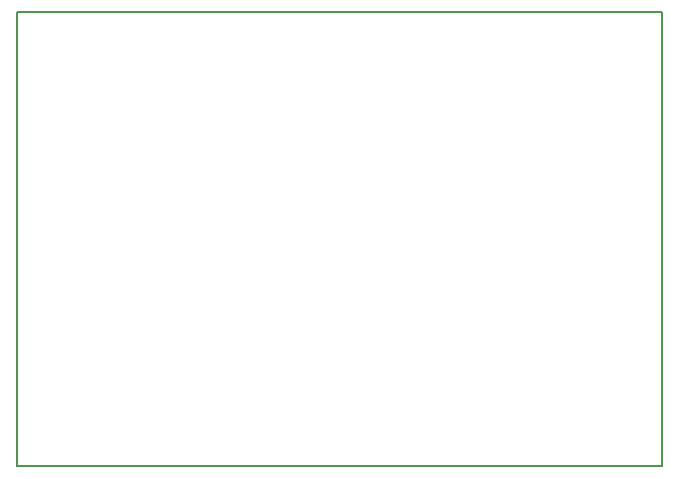
<source format=gbo>
G04 MADE WITH FRITZING*
G04 WWW.FRITZING.ORG*
G04 DOUBLE SIDED*
G04 HOLES PLATED*
G04 CONTOUR ON CENTER OF CONTOUR VECTOR*
%ASAXBY*%
%FSLAX23Y23*%
%MOIN*%
%OFA0B0*%
%SFA1.0B1.0*%
%ADD10R,2.156260X1.521490X2.140260X1.505490*%
%ADD11C,0.008000*%
%LNSILK0*%
G90*
G70*
G54D11*
X4Y1517D02*
X2152Y1517D01*
X2152Y4D01*
X4Y4D01*
X4Y1517D01*
D02*
G04 End of Silk0*
M02*
</source>
